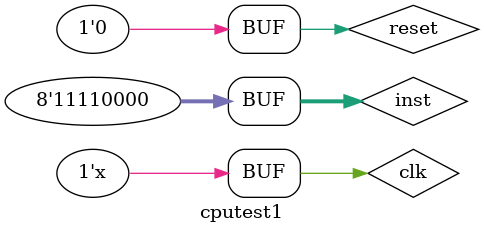
<source format=v>
`timescale 1ns / 1ps


module cputest1;

	// Inputs
	reg clk;
	reg reset;
	reg [7:0] inst;

	// Outputs
	wire [0:0] Y;
	wire [3:0] PC;
	wire [3:0] MAR;
	wire [7:0] MBR;
	wire [7:0] signal;
	// Instantiate the Unit Under Test (UUT)
	CPU uut (
		.clk(clk), 
		.reset(reset), 
		.inst(inst), 
		.Y(Y), 
		.PC(PC), 
		.MAR(MAR), 
		.MBR(MBR),
		.signal(signal)
	);

	initial begin
		// Initialize Inputs
		clk = 0;
		reset = 1;
		#10 inst = 0;
	end
		

	
	
always #10 clk = ~clk;

	initial begin
	inst = 8'b1;
	#15 reset = 1;
   #15 reset = 0;
	#15 inst = 8'b1111_0000;
	end

endmodule


</source>
